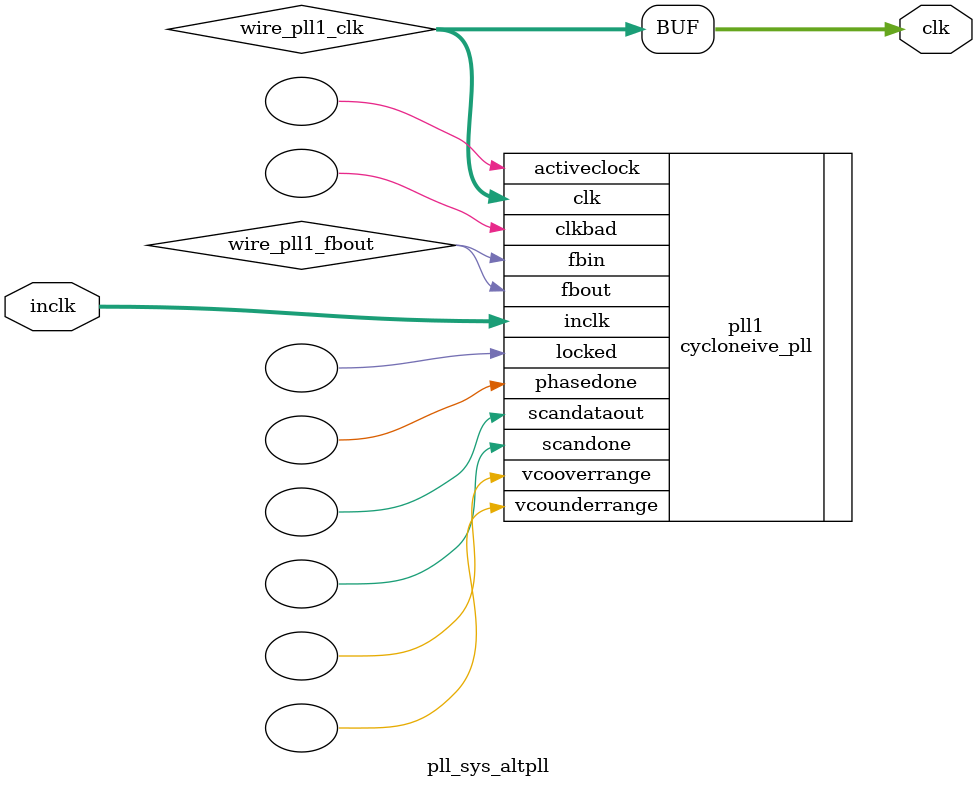
<source format=v>






//synthesis_resources = cycloneive_pll 1 
//synopsys translate_off
`timescale 1 ps / 1 ps
//synopsys translate_on
module  pll_sys_altpll
	( 
	clk,
	inclk) /* synthesis synthesis_clearbox=1 */;
	output   [4:0]  clk;
	input   [1:0]  inclk;
`ifndef ALTERA_RESERVED_QIS
// synopsys translate_off
`endif
	tri0   [1:0]  inclk;
`ifndef ALTERA_RESERVED_QIS
// synopsys translate_on
`endif

	wire  [4:0]   wire_pll1_clk;
	wire  wire_pll1_fbout;

	cycloneive_pll   pll1
	( 
	.activeclock(),
	.clk(wire_pll1_clk),
	.clkbad(),
	.fbin(wire_pll1_fbout),
	.fbout(wire_pll1_fbout),
	.inclk(inclk),
	.locked(),
	.phasedone(),
	.scandataout(),
	.scandone(),
	.vcooverrange(),
	.vcounderrange()
	`ifndef FORMAL_VERIFICATION
	// synopsys translate_off
	`endif
	,
	.areset(1'b0),
	.clkswitch(1'b0),
	.configupdate(1'b0),
	.pfdena(1'b1),
	.phasecounterselect({3{1'b0}}),
	.phasestep(1'b0),
	.phaseupdown(1'b0),
	.scanclk(1'b0),
	.scanclkena(1'b1),
	.scandata(1'b0)
	`ifndef FORMAL_VERIFICATION
	// synopsys translate_on
	`endif
	);
	defparam
		pll1.bandwidth_type = "auto",
		pll1.clk0_divide_by = 1,
		pll1.clk0_duty_cycle = 50,
		pll1.clk0_multiply_by = 2,
		pll1.clk0_phase_shift = "0",
		pll1.clk1_divide_by = 1,
		pll1.clk1_duty_cycle = 50,
		pll1.clk1_multiply_by = 2,
		pll1.clk1_phase_shift = "-1500",
		pll1.compensate_clock = "clk0",
		pll1.inclk0_input_frequency = 20000,
		pll1.operation_mode = "normal",
		pll1.pll_type = "auto",
		pll1.lpm_type = "cycloneive_pll";
	assign
		clk = {wire_pll1_clk[4:0]};
endmodule //pll_sys_altpll
//VALID FILE

</source>
